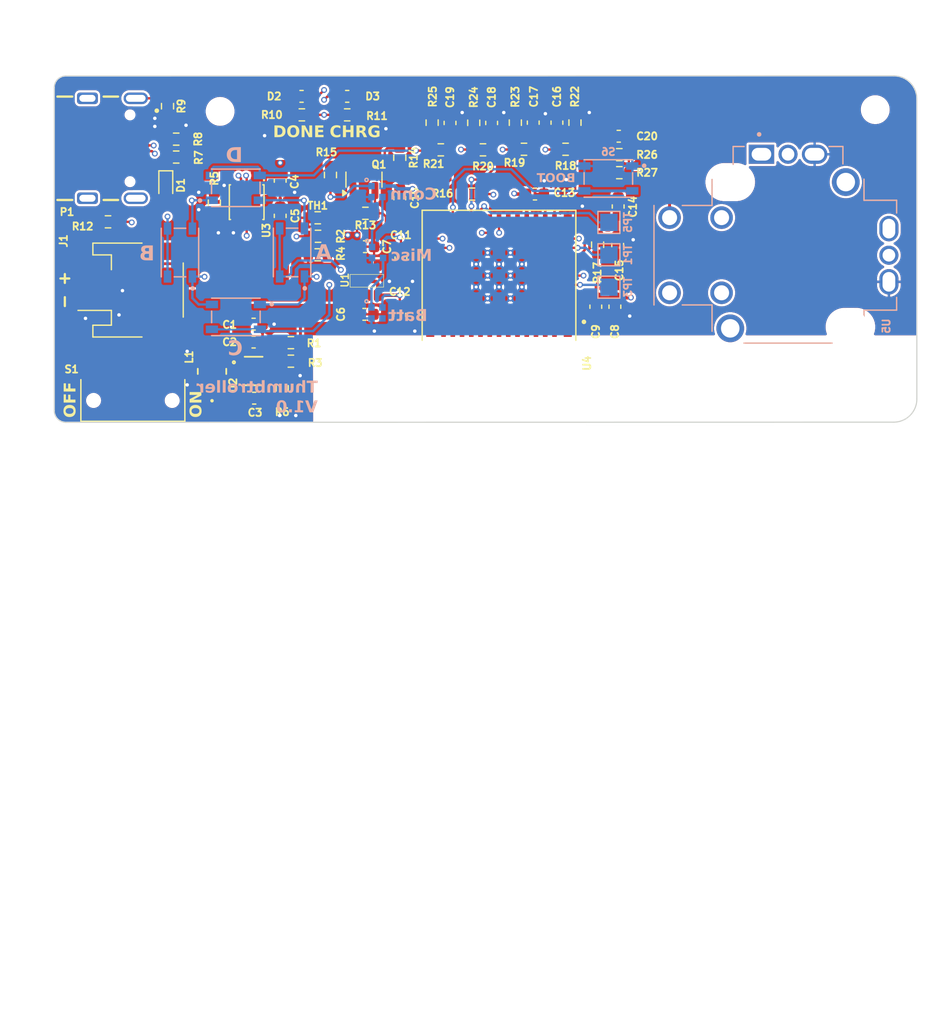
<source format=kicad_pcb>
(kicad_pcb (version 20241229) (generator "pcbnew") (generator_version "9.0")
  (layers (0 "F.Cu" signal) (4 "In1.Cu" signal) (6 "In2.Cu" signal) (2 "B.Cu" signal) (13 "F.Paste" user) (15 "B.Paste" user) (5 "F.SilkS" user "F.Silkscreen") (7 "B.SilkS" user "B.Silkscreen") (1 "F.Mask" user) (3 "B.Mask" user) (25 "Edge.Cuts" user))
  (net 0 "")
  (net 1 "LIPO+")
  (net 2 "GND")
  (net 3 "+3V3")
  (net 4 "/CP_EN")
  (net 5 "RAW")
  (net 6 "+5V")
  (net 7 "+5VD")
  (net 8 "Net-(D2-A)")
  (net 9 "Net-(D3-A)")
  (net 10 "/SW_A")
  (net 11 "/STAT2_DONE")
  (net 12 "/STAT1_CHARGING")
  (net 13 "/SW_B")
  (net 14 "Net-(U2-LX1)")
  (net 15 "Net-(U2-LX2)")
  (net 16 "Net-(LED1-DOUT)")
  (net 17 "Net-(LED1-DIN)")
  (net 18 "/VR_BTN")
  (net 19 "/VR2")
  (net 20 "/VR1")
  (net 21 "/ADC_BATT")
  (net 22 "Net-(LED2-DOUT)")
  (net 24 "/USB_D-")
  (net 25 "/USB_D+")
  (net 26 "Net-(P1-SHIELD)")
  (net 27 "Net-(P1-VCONN)")
  (net 28 "Net-(P1-CC)")
  (net 29 "Net-(Q1-S)")
  (net 30 "Net-(Q1-D)")
  (net 31 "Net-(U2-FB)")
  (net 32 "Net-(U3-THERM)")
  (net 33 "Net-(R2-Pad1)")
  (net 34 "Net-(U3-PROG)")
  (net 35 "Net-(U2-MODE)")
  (net 36 "Net-(U4-IO08)")
  (net 37 "Net-(R18-Pad2)")
  (net 38 "Net-(R19-Pad2)")
  (net 39 "Net-(R20-Pad2)")
  (net 40 "Net-(R21-Pad2)")
  (net 41 "Net-(U4-IO0)")
  (net 42 "Net-(U4-IO9)")
  (net 50 "/CHRGR+")
  (net 52 "/SW_C")
  (net 53 "/SW_D")
  (net 60 "Net-(U4-IO2)")
  (net 61 "Net-(U4-IO10)")
  (net 62 "Net-(C20-Pad1)")
  (footprint "MountingHole:MountingHole_2.2mm_M2" (layer "F.Cu") (at 171.05 83.65 -90)
    (property "Reference" "REF**" (hide yes))
    (property "Value" "MountingHole_2.2mm_M2")
  )
  (footprint "Capacitor_SMD:C_0603_1608Metric" (layer "F.Cu") (at 119.55 92.835 90)
    (property "Reference" "C5")
    (property "Value" "47uF")
  )
  (footprint "Capacitor_SMD:C_0603_1608Metric" (layer "F.Cu") (at 143.5006 84.7746 90)
    (property "Reference" "C16")
    (property "Value" "1uF")
  )
  (footprint "Resistor_SMD:R_0603_1608Metric" (layer "F.Cu") (at 132.7 84.7746 90)
    (property "Reference" "R25")
    (property "Value" "100K")
  )
  (footprint "Capacitor_SMD:C_0603_1608Metric" (layer "F.Cu") (at 117.25 102.2)
    (property "Reference" "C1")
    (property "Value" "10uF")
  )
  (footprint "Resistor_SMD:R_0603_1608Metric" (layer "F.Cu") (at 145.0612 84.7708 90)
    (property "Reference" "R22")
    (property "Value" "100K")
  )
  (footprint "Resistor_SMD:R_0603_1608Metric" (layer "F.Cu") (at 120.475 103.8 180)
    (property "Reference" "R1")
    (property "Value" "806")
  )
  (footprint "Capacitor_SMD:C_0603_1608Metric" (layer "F.Cu") (at 129.9 101.4 -90)
    (property "Reference" "C12")
    (property "Value" "0.1uF")
  )
  (footprint "Resistor_SMD:R_0603_1608Metric" (layer "F.Cu") (at 109.8 83.35 -90)
    (property "Reference" "R9")
    (property "Value" "1M")
  )
  (footprint "Resistor_SMD:R_0603_1608Metric" (layer "F.Cu") (at 129.9 87.8 -90)
    (property "Reference" "R14")
    (property "Value" "10K")
  )
  (footprint "Capacitor_SMD:C_0603_1608Metric" (layer "F.Cu") (at 146.866 100.6901 -90)
    (property "Reference" "C9")
    (property "Value" "0.1uF")
  )
  (footprint "Capacitor_SMD:C_0603_1608Metric" (layer "F.Cu") (at 117.3 108.6)
    (property "Reference" "C3")
    (property "Value" "10uF")
  )
  (footprint "Capacitor_SMD:C_0603_1608Metric" (layer "F.Cu") (at 148.85 85.95)
    (property "Reference" "C20")
    (property "Value" "1uF")
  )
  (footprint "Capacitor_SMD:C_0603_1608Metric" (layer "F.Cu") (at 148.517 100.6901 -90)
    (property "Reference" "C8")
    (property "Value" "47uF")
  )
  (footprint "Package_TO_SOT_SMD:SOT-23" (layer "F.Cu") (at 126.8 89.7 90)
    (property "Reference" "Q1")
    (property "Value" "BSS138")
  )
  (footprint "MountingHole:MountingHole_2.2mm_M2" (layer "F.Cu") (at 114.35 83.8 -90)
    (property "Reference" "REF**" (hide yes))
    (property "Value" "MountingHole_2.2mm_M2")
  )
  (footprint "Capacitor_SMD:C_0603_1608Metric" (layer "F.Cu") (at 117.25 103.75)
    (property "Reference" "C2")
    (property "Value" "10uF")
  )
  (footprint "Resistor_SMD:R_0603_1608Metric" (layer "F.Cu") (at 126.925 92.6125 180)
    (property "Reference" "R13")
    (property "Value" "10K")
  )
  (footprint "Resistor_SMD:R_0603_1608Metric" (layer "F.Cu") (at 144.25 87.0746 180)
    (property "Reference" "R18")
    (property "Value" "10K")
  )
  (footprint "Resistor_SMD:R_0603_1608Metric" (layer "F.Cu") (at 113.85 91.7 90)
    (property "Reference" "R5")
    (property "Value" "5K1")
  )
  (footprint "Capacitor_SMD:C_0603_1608Metric" (layer "F.Cu") (at 141.6 90.95)
    (property "Reference" "C13")
    (property "Value" "0.1uF")
  )
  (footprint "kicad_reformed_custom_IC:SON50P300X300X100-11N" (layer "F.Cu") (at 116.65 91.65 -90)
    (property "Reference" "U3")
    (property "Value" "MCP73833")
  )
  (footprint "Resistor_SMD:R_0603_1608Metric" (layer "F.Cu") (at 119.725 107.75 90)
    (property "Reference" "R6")
    (property "Value" "10K")
  )
  (footprint "Capacitor_SMD:C_0603_1608Metric" (layer "F.Cu") (at 125.35 82.5)
    (property "Reference" "D3")
    (property "Value" "LED_RED")
  )
  (footprint "kicad_reformed_custom_IC:SW_JS102011SAQN" (layer "F.Cu") (at 106.8 108.8)
    (property "Reference" "S1")
    (property "Value" "JS102011SAQN")
  )
  (footprint "Resistor_SMD:R_0603_1608Metric" (layer "F.Cu") (at 123.9 89.3 -90)
    (property "Reference" "R15")
    (property "Value" "470")
  )
  (footprint "Resistor_SMD:R_0603_1608Metric" (layer "F.Cu") (at 140.65 87.0746 180)
    (property "Reference" "R19")
    (property "Value" "10K")
  )
  (footprint "Capacitor_SMD:C_0603_1608Metric" (layer "F.Cu") (at 121.4 82.5 180)
    (property "Reference" "D2")
    (property "Value" "LED_GREEN")
  )
  (footprint "Resistor_SMD:R_0603_1608Metric" (layer "F.Cu") (at 122.825 94.6 180)
    (property "Reference" "R2")
    (property "Value" "1.43K")
  )
  (footprint "kicad_reformed_custom_IC:AP2204" (layer "F.Cu") (at 127 98.4)
    (property "Reference" "U1")
    (property "Value" "AP2205")
  )
  (footprint "Resistor_SMD:R_0603_1608Metric" (layer "F.Cu") (at 147.022 95.327 90)
    (property "Reference" "R17")
    (property "Value" "10K")
  )
  (footprint "Capacitor_SMD:C_0603_1608Metric" (layer "F.Cu") (at 137.85 84.8 90)
    (property "Reference" "C18")
    (property "Value" "1uF")
  )
  (footprint "Capacitor_SMD:C_0603_1608Metric" (layer "F.Cu") (at 119.55 89.785 -90)
    (property "Reference" "C4")
    (property "Value" "10uF")
  )
  (footprint "Resistor_SMD:R_0603_1608Metric" (layer "F.Cu") (at 125.35 84.1)
    (property "Reference" "R11")
    (property "Value" "330")
  )
  (footprint "Connector_JST:JST_PH_S2B-PH-SM4-TB_1x02-1MP_P2.00mm_Horizontal" (layer "F.Cu") (at 106.65 99.25 90)
    (property "Reference" "J1")
    (property "Value" "JST 2.0 BATT")
  )
  (footprint "Capacitor_SMD:C_0603_1608Metric" (layer "F.Cu") (at 148.758 95.361 -90)
    (property "Reference" "C15")
    (property "Value" "0.1uF")
  )
  (footprint "Resistor_SMD:R_0603_1608Metric" (layer "F.Cu") (at 122.8 93 180)
    (property "Reference" "TH1")
    (property "Value" "TH 10K")
  )
  (footprint "Resistor_SMD:R_0603_1608Metric" (layer "F.Cu") (at 139.9 84.7746 90)
    (property "Reference" "R23")
    (property "Value" "100K")
  )
  (footprint "MountingHole:MountingHole_2.2mm_M2" (layer "F.Cu") (at 126.35 107.7 -90)
    (property "Reference" "REF**" (hide yes))
    (property "Value" "MountingHole_2.2mm_M2")
  )
  (footprint "Capacitor_SMD:C_0603_1608Metric" (layer "F.Cu") (at 141.45 84.7746 90)
    (property "Reference" "C17")
    (property "Value" "1uF")
  )
  (footprint "Resistor_SMD:R_0603_1608Metric" (layer "F.Cu") (at 120.475 105.4)
    (property "Reference" "R3")
    (property "Value" "91")
  )
  (footprint "Resistor_SMD:R_0603_1608Metric" (layer "F.Cu") (at 136.15 90.95)
    (property "Reference" "R16")
    (property "Value" "10K")
  )
  (footprint "custom_IC:RES_CIGT252010" (layer "F.Cu") (at 113.65 106.2824 90)
    (property "Reference" "L1")
    (property "Value" "1uH")
  )
  (footprint "Diode_SMD:D_SOD-523" (layer "F.Cu") (at 109.65 90.2 -90)
    (property "Reference" "D1")
    (property "Value" "TPD1E10B06DPYR")
  )
  (footprint "Capacitor_SMD:C_0603_1608Metric" (layer "F.Cu") (at 126.9 95.5)
    (property "Reference" "C7")
    (property "Value" "10uF")
  )
  (footprint "Resistor_SMD:R_0603_1608Metric" (layer "F.Cu") (at 104.65 93.35)
    (property "Reference" "R12")
    (property "Value" "10K")
  )
  (footprint "Resistor_SMD:R_0603_1608Metric" (layer "F.Cu") (at 148.9 87.54)
    (property "Reference" "R26")
    (property "Value" "100K")
  )
  (footprint "Capacitor_SMD:C_0603_1608Metric" (layer "F.Cu") (at 134.2486 84.8 90)
    (property "Reference" "C19")
    (property "Value" "1uF")
  )
  (footprint "Resistor_SMD:R_0603_1608Metric" (layer "F.Cu") (at 110.55 86.2)
    (property "Reference" "R8")
    (property "Value" "5K1")
  )
  (footprint "MountingHole:MountingHole_2.2mm_M2" (layer "F.Cu") (at 171.2 107.9 -90)
    (property "Reference" "REF**" (hide yes))
    (property "Value" "MountingHole_2.2mm_M2")
  )
  (footprint "Capacitor_SMD:C_0603_1608Metric" (layer "F.Cu") (at 148.8 92.025 90)
    (property "Reference" "C14")
    (property "Value" "1uF")
  )
  (footprint "Resistor_SMD:R_0603_1608Metric" (layer "F.Cu") (at 110.55 87.75)
    (property "Reference" "R7")
    (property "Value" "5K1")
  )
  (footprint "custom_IC:TPS631000DRLR_TEX" (layer "F.Cu") (at 117.2501 106.250001)
    (property "Reference" "U2")
    (property "Value" "TPS631000DRLR")
  )
  (footprint "Resistor_SMD:R_0603_1608Metric" (layer "F.Cu") (at 148.9 89.1)
    (property "Reference" "R27")
    (property "Value" "10K")
  )
  (footprint "Capacitor_SMD:C_0603_1608Metric" (layer "F.Cu") (at 130 96.525 -90)
    (property "Reference" "C11")
    (property "Value" "0.1uF")
  )
  (footprint "Resistor_SMD:R_0603_1608Metric" (layer "F.Cu") (at 121.425 84.1 180)
    (property "Reference" "R10")
    (property "Value" "330")
  )
  (footprint "Resistor_SMD:R_0603_1608Metric" (layer "F.Cu") (at 136.3006 84.7878 90)
    (property "Reference" "R24")
    (property "Value" "100K")
  )
  (footprint "Capacitor_SMD:C_0603_1608Metric" (layer "F.Cu") (at 129.9 91.3 -90)
    (property "Reference" "C10")
    (property "Value" "0.1uF")
  )
  (footprint "Capacitor_SMD:C_0603_1608Metric" (layer "F.Cu") (at 126.85 101.35)
    (property "Reference" "C6")
    (property "Value" "10uF")
  )
  (footprint "Resistor_SMD:R_0603_1608Metric" (layer "F.Cu") (at 137.1 87.1246 180)
    (property "Reference" "R20")
    (property "Value" "10K")
  )
  (footprint "Resistor_SMD:R_0603_1608Metric" (layer "F.Cu") (at 122.8 96.2)
    (property "Reference" "R4")
    (property "Value" "75K")
  )
  (footprint "Resistor_SMD:R_0603_1608Metric" (layer "F.Cu") (at 133.45 87.1246 180)
    (property "Reference" "R21")
    (property "Value" "10K")
  )
  (footprint "kicad_reformed_custom_IC:MODULE_ESP32-H2-MINI-1-H2" (layer "F.Cu") (at 138.4875 100.7 180)
    (property "Reference" "U4")
    (property "Value" "ESP32-H2-MINI-1")
  )
  (footprint "kicad_reformed_custom_IC:GCT_USB4105-GF-A" (layer "F.Cu") (at 102.87 86.99 -90)
    (property "Reference" "P1")
    (property "Value" "USB_C_Plug_USB2.0")
  )
  (footprint "custom_IC:IN-PI15_INL" (layer "B.Cu") (at 127.97498 96 -90)
    (property "Reference" "LED2" (hide yes))
    (property "Value" "IN-PI15TAT5R5G5B")
  )
  (footprint "TestPoint:TestPoint_Pad_1.5x1.5mm" (layer "B.Cu") (at 148 93.4 90)
    (property "Reference" "TP5")
    (property "Value" "TP")
  )
  (footprint "kicad_reformed_custom_IC:LOGO_6mm_microDMG" (layer "B.Cu") (at 155.9 84.3 180)
    (property "Reference" "G***" (hide yes))
    (property "Value" "LOGO" (hide yes))
  )
  (footprint "TestPoint:TestPoint_Pad_1.5x1.5mm" (layer "B.Cu") (at 148 99 90)
    (property "Reference" "TP3")
    (property "Value" "TP")
  )
  (footprint "kicad_reformed_custom_IC:SW_PTS810_SJM_250_SMTR_LFS" (layer "B.Cu") (at 115.7088 90.4116)
    (property "Reference" "S5" (hide yes))
    (property "Value" "TL4100AF240QG_")
  )
  (footprint "kicad_reformed_custom_IC:SW_PTS810_SJM_250_SMTR_LFS" (layer "B.Cu") (at 110.875 96.0078 90)
    (property "Reference" "S3" (hide yes))
    (property "Value" "TL4100AF240QG_")
  )
  (footprint "TestPoint:TestPoint_Pad_1.5x1.5mm" (layer "B.Cu") (at 148 96.2 90)
    (property "Reference" "TP1")
    (property "Value" "TP")
  )
  (footprint "kicad_reformed_custom_IC:SW_PTS810_SJM_250_SMTR_LFS" (layer "B.Cu") (at 115.7171 101.5704 180)
    (property "Reference" "S4" (hide yes))
    (property "Value" "TL4100AF240QG_")
  )
  (footprint "kicad_reformed_custom_IC:CNK_THB001P" (layer "B.Cu") (at 163.5 96.2375 90)
    (property "Reference" "U5")
    (property "Value" "THB001P")
  )
  (footprint "custom_IC:IN-PI15_INL" (layer "B.Cu") (at 127.92494 101.2293 -90)
    (property "Reference" "LED3" (hide yes))
    (property "Value" "IN-PI15TAT5R5G5B")
  )
  (footprint "kicad_reformed_custom_IC:SW_PTS810_SJM_250_SMTR_LFS" (layer "B.Cu") (at 120.5778 96 90)
    (property "Reference" "S2" (hide yes))
    (property "Value" "TL4100AF240QG_")
  )
  (footprint "custom_IC:IN-PI15_INL" (layer "B.Cu") (at 127.92494 90.7293 -90)
    (property "Reference" "LED1" (hide yes))
    (property "Value" "IN-PI15TAT5R5G5B")
  )
  (footprint "kicad_reformed_custom_IC:SW_PTS810_SJM_250_SMTR_LFS" (layer "B.Cu") (at 147.95 89.6 180)
    (property "Reference" "S6")
    (property "Value" "TL4100AF240QG_")
  )
  (gr_arc (start 174.65 108.674143) (mid 174.064214 110.088357) (end 172.65 110.674143) (stroke (width 0.1)) (layer "Edge.Cuts"))
  (gr_line (start 172.65 80.725857) (end 101 80.7375) (stroke (width 0.1)) (layer "Edge.Cuts"))
  (gr_line (start 101 110.685786) (end 172.65 110.674143) (stroke (width 0.1)) (layer "Edge.Cuts"))
  (gr_line (start 174.65 108.674143) (end 174.65 82.725857) (stroke (width 0.1)) (layer "Edge.Cuts"))
  (gr_line (start 100 81.7375) (end 100 109.685786) (stroke (width 0.1)) (layer "Edge.Cuts"))
  (gr_arc (start 101 110.685786) (mid 100.292893 110.392893) (end 100 109.685786) (stroke (width 0.1)) (layer "Edge.Cuts"))
  (gr_arc (start 100 81.7375) (mid 100.292893 81.030393) (end 101 80.7375) (stroke (width 0.1)) (layer "Edge.Cuts"))
  (gr_arc (start 172.65 80.725857) (mid 174.064214 81.311643) (end 174.65 82.725857) (stroke (width 0.1)) (layer "Edge.Cuts"))
  (gr_text "ON" (at 112.9 110.3 90) (layer "F.SilkS") (effects (font (size 1 1) (thickness 0.1016) (bold yes)) (justify left bottom)))
  (gr_text "CHRG" (at 123.825 86.2 0) (layer "F.SilkS") (effects (font (size 1 1) (thickness 0.1016) (bold yes)) (justify left bottom)))
  (gr_text "DONE" (at 118.925 86.2 0) (layer "F.SilkS") (effects (font (size 1 1) (thickness 0.1016) (bold yes)) (justify left bottom)))
  (gr_text "+" (at 100.4 97.5 270) (layer "F.SilkS") (effects (font (size 1 1) (thickness 0.2) (bold yes)) (justify left bottom)))
  (gr_text "-" (at 100.4 99.5 270) (layer "F.SilkS") (effects (font (size 1 1) (thickness 0.2) (bold yes)) (justify left bottom)))
  (gr_text "OFF" (at 102 110.3 90) (layer "F.SilkS") (effects (font (size 1 1) (thickness 0.1016) (bold yes)) (justify left bottom)))
  (gr_text "B" (at 108.6906 96.9 0) (layer "B.SilkS") (effects (font (size 1.27 1.27) (thickness 0.1016) (bold yes)) (justify left bottom mirror)))
  (gr_text "Misc" (at 132.7 96.9 0) (layer "B.SilkS") (effects (font (size 1.016 1.016) (thickness 0.1016) (bold yes)) (justify left bottom mirror)))
  (gr_text "BOOT" (at 145.1 90.05 0) (layer "B.SilkS") (effects (font (size 0.762 0.762) (thickness 0.1016) (bold yes)) (justify left bottom mirror)))
  (gr_text "Thumbtroller\nV1.0" (at 122.8 110 0) (layer "B.SilkS") (effects (font (size 1.016 1.016) (thickness 0.127) (bold yes)) (justify left bottom mirror)))
  (gr_text "D" (at 116.3106 88.4 0) (layer "B.SilkS") (effects (font (size 1.27 1.27) (thickness 0.1016) (bold yes)) (justify left bottom mirror)))
  (gr_text "C" (at 116.3106 105.1 0) (layer "B.SilkS") (effects (font (size 1.27 1.27) (thickness 0.1016) (bold yes)) (justify left bottom mirror)))
  (gr_text "Batt" (at 132.3 102.1 0) (layer "B.SilkS") (effects (font (size 1.016 1.016) (thickness 0.1016) (bold yes)) (justify left bottom mirror)))
  (gr_text "Conn" (at 133.1 91.6 0) (layer "B.SilkS") (effects (font (size 1.016 1.016) (thickness 0.1016) (bold yes)) (justify left bottom mirror)))
  (gr_text "A" (at 124 96.8 0) (layer "B.SilkS") (effects (font (size 1.27 1.27) (thickness 0.1016) (bold yes)) (justify left bottom mirror)))
  (segment (start 103.8 93.375) (end 103.825 93.35) (width 0.2032) (layer "F.Cu") (net 1))
  (segment (start 103.8 98.25) (end 103.8 93.375) (width 0.2032) (layer "F.Cu") (net 1))
  (segment (start 118.025 102.2) (end 119.025 102.2) (width 0.2032) (layer "F.Cu") (net 2))
  (segment (start 118.025 103.75) (end 118.025 102.2) (width 0.2032) (layer "F.Cu") (net 2))
  (via (at 119.025 102.2) (size 0.5) (drill 0.3) (layers "F.Cu" "B.Cu") (net 2))
  (via (at 108.7 84.4) (size 0.5) (drill 0.3) (layers "F.Cu" "B.Cu") (net 2))
  (via (at 150.1 94.9) (size 0.5) (drill 0.3) (layers "F.Cu" "B.Cu") (net 2))
  (via (at 115.5 94.3) (size 0.5) (drill 0.3) (layers "F.Cu" "B.Cu") (net 2))
  (via (at 111.5 107.45) (size 0.5) (drill 0.3) (layers "F.Cu" "B.Cu") (net 2))
  (via (at 102.7 101.7) (size 0.5) (drill 0.3) (layers "F.Cu" "B.Cu") (net 2))
  (via (at 142.5 84) (size 0.5) (drill 0.3) (layers "F.Cu" "B.Cu") (net 2))
  (via (at 119.5 110.1) (size 0.5) (drill 0.3) (layers "F.Cu" "B.Cu") (net 2))
  (via (at 112.5 90.8) (size 0.5) (drill 0.3) (layers "F.Cu" "B.Cu") (net 2))
  (via (at 144.3 89.7) (size 0.5) (drill 0.3) (layers "F.Cu" "B.Cu") (net 2))
  (via (at 112.5 92.3) (size 0.5) (drill 0.3) (layers "F.Cu" "B.Cu") (net 2))
  (via (at 145.7 92) (size 0.5) (drill 0.3) (layers "F.Cu" "B.Cu") (net 2))
  (via (at 149.8 101.5) (size 0.5) (drill 0.3) (layers "F.Cu" "B.Cu") (net 2))
  (via (at 128.7 85.3) (size 0.5) (drill 0.3) (layers "F.Cu" "B.Cu") (net 2))
  (via (at 114.7 90.2) (size 0.5) (drill 0.3) (layers "F.Cu" "B.Cu") (net 2))
  (via (at 129 98.5) (size 0.5) (drill 0.3) (layers "F.Cu" "B.Cu") (net 2))
  (via (at 111.4 85) (size 0.5) (drill 0.3) (layers "F.Cu" "B.Cu") (net 2))
  (via (at 131 98.5) (size 0.5) (drill 0.3) (layers "F.Cu" "B.Cu") (net 2))
  (via (at 135.3 83.9) (size 0.5) (drill 0.3) (layers "F.Cu" "B.Cu") (net 2))
  (via (at 105.6 101.4) (size 0.5) (drill 0.3) (layers "F.Cu" "B.Cu") (net 2))
  (via (at 120.9 110.1) (size 0.5) (drill 0.3) (layers "F.Cu" "B.Cu") (net 2))
  (via (at 108.7 85.1) (size 0.5) (drill 0.3) (layers "F.Cu" "B.Cu") (net 2))
  (via (at 114.2 94.3) (size 0.5) (drill 0.3) (layers "F.Cu" "B.Cu") (net 2))
  (via (at 127.7 102.8) (size 0.5) (drill 0.3) (layers "F.Cu" "B.Cu") (net 2))
  (via (at 142.4 89.8) (size 0.5) (drill 0.3) (layers "F.Cu" "B.Cu") (net 2))
  (via (at 105.9 99.3) (size 0.5) (drill 0.3) (layers "F.Cu" "B.Cu") (net 2))
  (via (at 131.2 102.8) (size 0.5) (drill 0.3) (layers "F.Cu" "B.Cu") (net 2))
  (via (at 146.3 83.9) (size 0.5) (drill 0.3) (layers "F.Cu" "B.Cu") (net 2))
  (via (at 138.9 83.9) (size 0.5) (drill 0.3) (layers "F.Cu" "B.Cu") (net 2))
  (via (at 121.275 106.65) (size 0.5) (drill 0.3) (layers "F.Cu" "B.Cu") (net 2))
  (via (at 120.8 90.8) (size 0.5) (drill 0.3) (layers "F.Cu" "B.Cu") (net 2))
  (via (at 118.2 85.9) (size 0.5) (drill 0.3) (layers "F.Cu" "B.Cu") (net 2))
  (via (at 111.5 104.55) (size 0.5) (drill 0.3) (layers "F.Cu" "B.Cu") (net 2))
  (segment (start 146.866 99.9151) (end 148.517 99.9151) (width 0.3048) (layer "F.Cu") (net 3))
  (segment (start 148.517 99.9151) (end 149.8849 99.9151) (width 0.3048) (layer "F.Cu") (net 3))
  (segment (start 147.022 98.678) (end 146.866 98.834) (width 0.2032) (layer "F.Cu") (net 3))
  (segment (start 136.975 90.95) (end 137.95 90.95) (width 0.2032) (layer "F.Cu") (net 3))
  (segment (start 147.022 96.152) (end 147.022 98.678) (width 0.2032) (layer "F.Cu") (net 3))
  (segment (start 140.825 90.95) (end 139.85 90.95) (width 0.3048) (layer "F.Cu") (net 3))
  (segment (start 126.1 92) (end 125.85 91.75) (width 0.2032) (layer "F.Cu") (net 3))
  (segment (start 126.2 93.6) (end 126.2 94.5) (width 0.2032) (layer "F.Cu") (net 3))
  (segment (start 145.8849 99.9151) (end 146.866 99.9151) (width 0.3048) (layer "F.Cu") (net 3))
  (segment (start 137.95 90.95) (end 138 91) (width 0.2032) (layer "F.Cu") (net 3))
  (segment (start 125.85 91.75) (end 125.85 90.6375) (width 0.2032) (layer "F.Cu") (net 3))
  (segment (start 126.1 92.6125) (end 126.1 93.5) (width 0.2032) (layer "F.Cu") (net 3))
  (segment (start 140.8875 91.0125) (end 140.825 90.95) (width 0.3048) (layer "F.Cu") (net 3))
  (segment (start 126.1 93.5) (end 126.2 93.6) (width 0.2032) (layer "F.Cu") (net 3))
  (segment (start 144.3875 100.4) (end 145.4 100.4) (width 0.3048) (layer "F.Cu") (net 3))
  (segment (start 146.866 98.834) (end 146.866 99.9151) (width 0.2032) (layer "F.Cu") (net 3))
  (segment (start 145.4 100.4) (end 145.8849 99.9151) (width 0.3048) (layer "F.Cu") (net 3))
  (segment (start 140.8875 93.1) (end 140.8875 91.0125) (width 0.3048) (layer "F.Cu") (net 3))
  (segment (start 139.85 90.95) (end 139.8 90.9) (width 0.3048) (layer "F.Cu") (net 3))
  (segment (start 126.1 92.6125) (end 126.1 92) (width 0.2032) (layer "F.Cu") (net 3))
  (segment (start 149.8849 99.9151) (end 149.9 99.9) (width 0.3048) (layer "F.Cu") (net 3))
  (via (at 139.8 90.9) (size 0.5) (drill 0.3) (layers "F.Cu" "B.Cu") (net 3))
  (via (at 113 98.1) (size 0.5) (drill 0.3) (layers "F.Cu" "B.Cu") (net 3))
  (via (at 149.9 99.9) (size 0.5) (drill 0.3) (layers "F.Cu" "B.Cu") (net 3))
  (via (at 122.7 98.1) (size 0.5) (drill 0.3) (layers "F.Cu" "B.Cu") (net 3))
  (via (at 121.6 91.5) (size 0.5) (drill 0.3) (layers "F.Cu" "B.Cu") (net 3))
  (via (at 125.4 94.5) (size 0.5) (drill 0.3) (layers "F.Cu" "B.Cu") (net 3))
  (via (at 111.9 91.5) (size 0.5) (drill 0.3) (layers "F.Cu" "B.Cu") (net 3))
  (via (at 138 91) (size 0.5) (drill 0.3) (layers "F.Cu" "B.Cu") (net 3))
  (via (at 126.2 94.5) (size 0.5) (drill 0.3) (layers "F.Cu" "B.Cu") (net 3))
  (segment (start 121.6528 98.075) (end 122.675 98.075) (width 0.2032) (layer "B.Cu") (net 3))
  (segment (start 117.7838 91.4866) (end 121.5866 91.4866) (width 0.2032) (layer "B.Cu") (net 3))
  (segment (start 112.9828 98.0828) (end 113 98.1) (width 0.2032) (layer "B.Cu") (net 3))
  (segment (start 121.6528 93.925) (end 121.6528 91.5528) (width 0.2032) (layer "B.Cu") (net 3))
  (segment (start 111.9134 91.4866) (end 111.9 91.5) (width 0.2032) (layer "B.Cu") (net 3))
  (segment (start 111.95 99.95) (end 111.95 98.0828) (width 0.2032) (layer "B.Cu") (net 3))
  (segment (start 111.95 93.9328) (end 111.95 91.55) (width 0.2032) (layer "B.Cu") (net 3))
  (segment (start 113.6338 91.4866) (end 111.9134 91.4866) (width 0.2032) (layer "B.Cu") (net 3))
  (segment (start 113.6421 100.4954) (end 112.4954 100.4954) (width 0.2032) (layer "B.Cu") (net 3))
  (segment (start 112.4954 100.4954) (end 111.95 99.95) (width 0.2032) (layer "B.Cu") (net 3))
  (segment (start 121.6528 91.5528) (end 121.6 91.5) (width 0.2032) (layer "B.Cu") (net 3))
  (segment (start 117.7921 100.4954) (end 121.1046 100.4954) (width 0.2032) (layer "B.Cu") (net 3))
  (segment (start 111.95 98.0828) (end 112.9828 98.0828) (width 0.2032) (layer "B.Cu") (net 3))
  (segment (start 111.95 91.55) (end 111.9 91.5) (width 0.2032) (layer "B.Cu") (net 3))
  (segment (start 121.6528 99.9472) (end 121.6528 98.075) (width 0.2032) (layer "B.Cu") (net 3))
  (segment (start 121.5866 91.4866) (end 121.6 91.5) (width 0.2032) (layer "B.Cu") (net 3))
  (segment (start 122.675 98.075) (end 122.7 98.1) (width 0.2032) (layer "B.Cu") (net 3))
  (segment (start 121.1046 100.4954) (end 121.6528 99.9472) (width 0.2032) (layer "B.Cu") (net 3))
  (segment (start 148.758 94.586) (end 148.758 92.842) (width 0.2032) (layer "F.Cu") (net 4))
  (segment (start 146.398 94.502) (end 147.022 94.502) (width 0.2032) (layer "F.Cu") (net 4))
  (segment (start 145.9 95) (end 146.398 94.502) (width 0.2032) (layer "F.Cu") (net 4))
  (segment (start 144.3875 96.4) (end 145.3 96.4) (width 0.2032) (layer "F.Cu") (net 4))
  (segment (start 145.9 95.8) (end 145.9 95) (width 0.2032) (layer "F.Cu") (net 4))
  (segment (start 145.3 96.4) (end 145.9 95.8) (width 0.2032) (layer "F.Cu") (net 4))
  (segment (start 148.758 92.842) (end 148.8 92.8) (width 0.2032) (layer "F.Cu") (net 4))
  (segment (start 147.022 94.502) (end 148.674 94.502) (width 0.2032) (layer "F.Cu") (net 4))
  (segment (start 148.674 94.502) (end 148.758 94.586) (width 0.2032) (layer "F.Cu") (net 4))
  (segment (start 130 94.8) (end 129.9 94.7) (width 0.2032) (layer "F.Cu") (net 6))
  (segment (start 129.9 88.625) (end 129.9 89.5) (width 0.3048) (layer "F.Cu") (net 6))
  (segment (start 121.3 103.8) (end 121.3 101.45) (width 0.254) (layer "F.Cu") (net 6))
  (segment (start 126.1 98.7) (end 126.1 99.7) (width 0.3048) (layer "F.Cu") (net 6))
  (segment (start 116.75 100.9) (end 116.475 101.175) (width 0.254) (layer "F.Cu") (net 6))
  (segment (start 121.3 101.45) (end 120.75 100.9) (width 0.254) (layer "F.Cu") (net 6))
  (segment (start 129.9 90.525) (end 129.9 89.5) (width 0.3048) (layer "F.Cu") (net 6))
  (segment (start 126.3 98.5) (end 126.1 98.7) (width 0.3048) (layer "F.Cu") (net 6))
  (segment (start 129.9 90.525) (end 130.975 90.525) (width 0.3048) (layer "F.Cu") (net 6))
  (segment (start 128 99.7) (end 129.9 99.7) (width 0.3048) (layer "F.Cu") (net 6))
  (segment (start 129.9 100.625) (end 129.9 99.7) (width 0.2032) (layer "F.Cu") (net 6))
  (segment (start 128 99.7) (end 128 98.7) (width 0.3048) (layer "F.Cu") (net 6))
  (segment (start 130 95.75) (end 130 94.8) (width 0.2032) (layer "F.Cu") (net 6))
  (segment (start 116.475 101.175) (end 116.475 102.2) (width 0.254) (layer "F.Cu") (net 6))
  (segment (start 130.975 90.525) (end 131 90.5) (width 0.3048) (layer "F.Cu") (net 6))
  (segment (start 128 98.7) (end 127.8 98.5) (width 0.3048) (layer "F.Cu") (net 6))
  (segment (start 127.8 98.5) (end 126.3 98.5) (width 0.3048) (layer "F.Cu") (net 6))
  (segment (start 120.75 100.9) (end 116.75 100.9) (width 0.254) (layer "F.Cu") (net 6))
  (via (at 131 90.5) (size 0.5) (drill 0.3) (layers "F.Cu" "B.Cu") (net 6))
  (via (at 129.9 99.7) (size 0.5) (drill 0.3) (layers "F.Cu" "B.Cu") (net 6))
  (via (at 129.9 94.7) (size 0.5) (drill 0.3) (layers "F.Cu" "B.Cu") (net 6))
  (segment (start 128.6 99.7) (end 129.9 99.7) (width 0.2032) (layer "B.Cu") (net 6))
  (segment (start 128.39992 99.90008) (end 128.6 99.7) (width 0.2032) (layer "B.Cu") (net 6))
  (segment (start 128.44996 95.525) (end 128.44996 95.05004) (width 0.3048) (layer "B.Cu") (net 6))
  (segment (start 129.4543 90.2543) (end 129.7 90.5) (width 0.3048) (layer "B.Cu") (net 6))
  (segment (start 128.39992 100.7543) (end 128.39992 99.90008) (width 0.2032) (layer "B.Cu") (net 6))
  (segment (start 128.8 94.7) (end 129.9 94.7) (width 0.3048) (layer "B.Cu") (net 6))
  (segment (start 129.7 90.5) (end 131 90.5) (width 0.3048) (layer "B.Cu") (net 6))
  (segment (start 128.44996 95.05004) (end 128.8 94.7) (width 0.3048) (layer "B.Cu") (net 6))
  (segment (start 128.39992 90.2543) (end 129.4543 90.2543) (width 0.3048) (layer "B.Cu") (net 6))
  (segment (start 106.8006 89.2502) (end 107.4852 89.2502) (width 0.3048) (layer "F.Cu") (net 7))
  (segment (start 107.4852 89.2502) (end 107.625 89.39) (width 0.3048) (layer "F.Cu") (net 7))
  (segment (start 106.3 88.7496) (end 106.8006 89.2502) (width 0.3048) (layer "F.Cu") (net 7))
  (segment (start 122.25 84.1) (end 123.35 84.1) (width 0.2032) (layer "F.Cu") (net 7))
  (segment (start 106.3 85.2) (end 106.3 88.7496) (width 0.3048) (layer "F.Cu") (net 7))
  (segment (start 124.525 84.1) (end 123.35 84.1) (width 0.2032) (layer "F.Cu") (net 7))
  (segment (start 107.4852 84.7298) (end 106.7702 84.7298) (width 0.3048) (layer "F.Cu") (net 7))
  (segment (start 107.625 84.59) (end 107.4852 84.7298) (width 0.3048) (layer "F.Cu") (net 7))
  (segment (start 106.7702 84.7298) (end 106.3 85.2) (width 0.3048) (layer "F.Cu") (net 7))
  (segment (start 119.55 88.25) (end 119.55 89.01) (width 0.2032) (layer "F.Cu") (net 7))
  (via (at 123.35 84.1) (size 0.5) (drill 0.3) (layers "F.Cu" "B.Cu") (net 7))
  (via (at 119.55 88.25) (size 0.5) (drill 0.3) (layers "F.Cu" "B.Cu") (net 7))
  (segment (start 120.625 82.5) (end 120.625 84.075) (width 0.2032) (layer "F.Cu") (net 8))
  (segment (start 120.625 84.075) (end 120.6 84.1) (width 0.2032) (layer "F.Cu") (net 8))
  (segment (start 126.175 82.55) (end 126.125 82.5) (width 0.2032) (layer "F.Cu") (net 9))
  (segment (start 126.175 84.1) (end 126.175 82.55) (width 0.2032) (layer "F.Cu") (net 9))
  (segment (start 145.0612 87.0608) (end 145.075 87.0746) (width 0.2032) (layer "F.Cu") (net 10))
  (segment (start 143.5006 85.5496) (end 145.015 85.5496) (width 0.2032) (layer "F.Cu") (net 10))
  (segment (start 143.2875 92.4125) (end 145.075 90.625) (width 0.2032) (layer "F.Cu") (net 10))
  (segment (start 145.0612 85.5958) (end 145.0612 87.0608) (width 0.2032) (layer "F.Cu") (net 10))
  (segment (start 143.2875 93.1) (end 143.2875 92.4125) (width 0.2032) (layer "F.Cu") (net 10))
  (segment (start 145.015 85.5496) (end 145.0612 85.5958) (width 0.2032) (layer "F.Cu") (net 10))
  (segment (start 145.075 90.625) (end 145.075 87.0746) (width 0.2032) (layer "F.Cu") (net 10))
  (segment (start 122.8 82.5) (end 122.175 82.5) (width 0.2032) (layer "F.Cu") (net 11))
  (segment (start 116.15 89.6) (end 115.939597 89.389597) (width 0.2032) (layer "F.Cu") (net 11))
  (segment (start 123.35 81.95) (end 122.8 82.5) (width 0.2032) (layer "F.Cu") (net 11))
  (segment (start 115.939597 89.389597) (end 115.939597 89.35) (width 0.2032) (layer "F.Cu") (net 11))
  (segment (start 116.15 90.215) (end 116.15 89.6) (width 0.2032) (layer "F.Cu") (net 11))
  (via (at 115.939597 89.35) (size 0.5) (drill 0.3) (layers "F.Cu" "B.Cu") (net 11))
  (via (at 123.35 81.95) (size 0.5) (drill 0.3) (layers "F.Cu" "B.Cu") (net 11))
  (segment (start 123.35 82.8) (end 123.65 82.5) (width 0.2032) (layer "F.Cu") (net 12))
  (segment (start 123.65 82.5) (end 124.575 82.5) (width 0.2032) (layer "F.Cu") (net 12))
  (segment (start 116.65 90.215) (end 116.65 89.4) (width 0.2032) (layer "F.Cu") (net 12))
  (segment (start 116.65 89.4) (end 116.6 89.35) (width 0.2032) (layer "F.Cu") (net 12))
  (via (at 116.6 89.35) (size 0.5) (drill 0.3) (layers "F.Cu" "B.Cu") (net 12))
  (via (at 123.35 82.8) (size 0.5) (drill 0.3) (layers "F.Cu" "B.Cu") (net 12))
  (segment (start 142.4875 93.1) (end 142.4875 92.4125) (width 0.2032) (layer "F.Cu") (net 13))
  (segment (start 142.4875 92.4125) (end 143.4 91.5) (width 0.2032) (layer "F.Cu") (net 13))
  (segment (start 141.9 88.9) (end 141.475 88.475) (width 0.2032) (layer "F.Cu") (net 13))
  (segment (start 139.9 85.5996) (end 141.4 85.5996) (width 0.2032) (layer "F.Cu") (net 13))
  (segment (start 143.4 89.5) (end 142.8 88.9) (width 0.2032) (layer "F.Cu") (net 13))
  (segment (start 142.8 88.9) (end 141.9 88.9) (width 0.2032) (layer "F.Cu") (net 13))
  (segment (start 141.475 88.475) (end 141.475 87.0746) (width 0.2032) (layer "F.Cu") (net 13))
  (segment (start 141.4 85.5996) (end 141.45 85.5496) (width 0.2032) (layer "F.Cu") (net 13))
  (segment (start 141.45 85.5496) (end 141.45 87.0496) (width 0.2032) (layer "F.Cu") (net 13))
  (segment (start 141.45 87.0496) (end 141.475 87.0746) (width 0.2032) (layer "F.Cu") (net 13))
  (segment (start 143.4 91.5) (end 143.4 89.5) (width 0.2032) (layer "F.Cu") (net 13))
  (segment (start 128.39992 91.2043) (end 128.39992 93.20008) (width 0.2032) (layer "B.Cu") (net 16))
  (segment (start 128.39992 93.20008) (end 127.5 94.1) (width 0.2032) (layer "B.Cu") (net 16))
  (segment (start 127.5 94.1) (end 127.5 95.525) (width 0.2032) (layer "B.Cu") (net 16))
  (segment (start 123.9 90.125) (end 123.9 91.2) (width 0.2032) (layer "F.Cu") (net 17))
  (via (at 123.9 91.2) (size 0.5) (drill 0.3) (layers "F.Cu" "B.Cu") (net 17))
  (segment (start 125.9457 90.2543) (end 127.44996 90.2543) (width 0.2032) (layer "B.Cu") (net 17))
  (segment (start 123.9 91.2) (end 125 91.2) (width 0.2032) (layer "B.Cu") (net 17))
  (segment (start 125 91.2) (end 125.9457 90.2543) (width 0.2032) (layer "B.Cu") (net 17))
  (segment (start 151.85 89.1) (end 153.25 90.5) (width 0.254) (layer "F.Cu") (net 18))
  (segment (start 149.725 89.1) (end 151.85 89.1) (width 0.254) (layer "F.Cu") (net 18))
  (segment (start 153.25 90.5) (end 153.25 92.9875) (width 0.254) (layer "F.Cu") (net 18))
  (segment (start 144.3875 98) (end 145.8 98) (width 0.2032) (layer "F.Cu") (net 18))
  (via (at 145.8 98) (size 0.5) (drill 0.3) (layers "F.Cu" "B.Cu") (net 18))
  (segment (start 138.4875 94.2875) (end 138.5 94.3) (width 0.2032) (layer "F.Cu") (net 19))
  (segment (start 138.4875 93.1) (end 138.4875 94.2875) (width 0.2032) (layer "F.Cu") (net 19))
  (via (at 138.5 94.3) (size 0.5) (drill 0.3) (layers "F.Cu" "B.Cu") (net 19))
  (segment (start 144.3875 94.8) (end 145.4 94.8) (width 0.2032) (layer "F.Cu") (net 20))
  (via (at 145.4 94.8) (size 0.5) (drill 0.3) (layers "F.Cu" "B.Cu") (net 20))
  (segment (start 137.5 94.3) (end 137.6875 94.1125) (width 0.2032) (layer "F.Cu") (net 21))
  (segment (start 106.65 93.35) (end 106.7 93.4) (width 0.2032) (layer "F.Cu") (net 21))
  (segment (start 137.6875 94.1125) (end 137.6875 93.1) (width 0.2032) (layer "F.Cu") (net 21))
  (segment (start 105.475 93.35) (end 106.65 93.35) (width 0.2032) (layer "F.Cu") (net 21))
  (segment (start 137 94.3) (end 137.5 94.3) (width 0.2032) (layer "F.Cu") (net 21))
  (via (at 137 94.3) (size 0.5) (drill 0.3) (layers "F.Cu" "B.Cu") (net 21))
  (via (at 106.7 93.4) (size 0.5) (drill 0.3) (layers "F.Cu" "B.Cu") (net 21))
  (segment (start 127.44996 99.05004) (end 127.44996 100.7543) (width 0.2032) (layer "B.Cu") (net 22))
  (segment (start 128.44996 98.05004) (end 127.44996 99.05004) (width 0.2032) (layer "B.Cu") (net 22))
  (segment (start 128.44996 96.475) (end 128.44996 98.05004) (width 0.2032) (layer "B.Cu") (net 22))
  (segment (start 108.45 87.24) (end 108.66 87.45) (width 0.2032) (layer "F.Cu") (net 24))
  (segment (start 108.66 87.45) (end 108.7 87.45) (width 0.2032) (layer "F.Cu") (net 24))
  (segment (start 107.625 87.24) (end 108.45 87.24) (width 0.2032) (layer "F.Cu") (net 24))
  (segment (start 133.6 94.8) (end 132.5875 94.8) (width 0.2032) (layer "F.Cu") (net 24))
  (via (at 133.6 94.8) (size 0.5) (drill 0.3) (layers "F.Cu" "B.Cu") (net 24))
  (via (at 108.7 87.45) (size 0.5) (drill 0.3) (layers "F.Cu" "B.Cu") (net 24))
  (segment (start 107.625 86.74) (end 108.59 86.74) (width 0.2032) (layer "F.Cu") (net 25))
  (segment (start 134.2 95.6) (end 132.5875 95.6) (width 0.2032) (layer "F.Cu") (net 25))
  (segment (start 108.59 86.74) (end 108.6 86.75) (width 0.2032) (layer "F.Cu") (net 25))
  (via (at 134.2 95.6) (size 0.5) (drill 0.3) (layers "F.Cu" "B.Cu") (net 25))
  (via (at 108.6 86.75) (size 0.5) (drill 0.3) (layers "F.Cu" "B.Cu") (net 25))
  (segment (start 108.63 82.67) (end 108.775 82.525) (width 0.2032) (layer "F.Cu") (net 26))
  (segment (start 108.775 82.525) (end 109.8 82.525) (width 0.2032) (layer "F.Cu") (net 26))
  (segment (start 107.05 82.67) (end 108.63 82.67) (width 0.2032) (layer "F.Cu") (net 26))
  (segment (start 108.56 88.74) (end 108.85 88.45) (width 0.2032) (layer "F.Cu") (net 27))
  (segment (start 108.85 88.45) (end 108.85 88.05) (width 0.2032) (layer "F.Cu") (net 27))
  (segment (start 107.625 88.74) (end 108.56 88.74) (width 0.2032) (layer "F.Cu") (net 27))
  (segment (start 108.85 88.05) (end 109.15 87.75) (width 0.2032) (layer "F.Cu") (net 27))
  (segment (start 109.15 87.75) (end 109.725 87.75) (width 0.2032) (layer "F.Cu") (net 27))
  (segment (start 109.725 86.2) (end 109.05 86.2) (width 0.2032) (layer "F.Cu") (net 28))
  (segment (start 108.59 85.74) (end 107.625 85.74) (width 0.2032) (layer "F.Cu") (net 28))
  (segment (start 109.05 86.2) (end 108.59 85.74) (width 0.2032) (layer "F.Cu") (net 28))
  (segment (start 127.75 90.6375) (end 127.75 92.6125) (width 0.2032) (layer "F.Cu") (net 29))
  (segment (start 129.1 94) (end 128.7 93.6) (width 0.2032) (layer "F.Cu") (net 29))
  (segment (start 128.7 93.6) (end 128.7 92.9) (width 0.2032) (layer "F.Cu") (net 29))
  (segment (start 128.7 92.9) (end 128.4125 92.6125) (width 0.2032) (layer "F.Cu") (net 29))
  (segment (start 128.4125 92.6125) (end 127.75 92.6125) (width 0.2032) (layer "F.Cu") (net 29))
  (segment (start 132.5875 94) (end 129.1 94) (width 0.2032) (layer "F.Cu") (net 29))
  (segment (start 123.9 88.475) (end 125.775 88.475) (width 0.2032) (layer "F.Cu") (net 30))
  (segment (start 125.775 88.475) (end 126.0625 88.7625) (width 0.2032) (layer "F.Cu") (net 30))
  (segment (start 129.9 86.975) (end 128.825 86.975) (width 0.2032) (layer "F.Cu") (net 30))
  (segment (start 128.825 86.975) (end 128.6 87.2) (width 0.2032) (layer "F.Cu") (net 30))
  (segment (start 128.0375 88.7625) (end 126.8 88.7625) (width 0.2032) (layer "F.Cu") (net 30))
  (segment (start 128.6 87.2) (end 128.6 88.2) (width 0.2032) (layer "F.Cu") (net 30))
  (segment (start 128.6 88.2) (end 128.0375 88.7625) (width 0.2032) (layer "F.Cu") (net 30))
  (segment (start 126.0625 88.7625) (end 126.8 88.7625) (width 0.2032) (layer "F.Cu") (net 30))
  (segment (start 116.65 94.55) (end 116.65 93.085) (width 0.2032) (layer "F.Cu") (net 32))
  (segment (start 122 94.6) (end 120.977355 94.6) (width 0.2032) (layer "F.Cu") (net 32))
  (segment (start 120.977355 94.6) (end 120.958251 94.619104) (width 0.2032) (layer "F.Cu") (net 32))
  (via (at 116.65 94.55) (size 0.5) (drill 0.3) (layers "F.Cu" "B.Cu") (net 32))
  (via (at 120.958251 94.619104) (size 0.5) (drill 0.3) (layers "F.Cu" "B.Cu") (net 32))
  (segment (start 123.625 96.2) (end 123.625 94.625) (width 0.2032) (layer "F.Cu") (net 33))
  (segment (start 123.65 94.6) (end 123.65 93.025) (width 0.2032) (layer "F.Cu") (net 33))
  (segment (start 123.65 93.025) (end 123.625 93) (width 0.2032) (layer "F.Cu") (net 33))
  (segment (start 123.625 94.625) (end 123.65 94.6) (width 0.2032) (layer "F.Cu") (net 33))
  (segment (start 118.725001 106.500001) (end 118.0502 106.500001) (width 0.2032) (layer "F.Cu") (net 35))
  (segment (start 119.15 106.925) (end 118.725001 106.500001) (width 0.2032) (layer "F.Cu") (net 35))
  (segment (start 119.725 106.925) (end 119.15 106.925) (width 0.2032) (layer "F.Cu") (net 35))
  (segment (start 135.2875 90.9875) (end 135.325 90.95) (width 0.2032) (layer "F.Cu") (net 36))
  (segment (start 135.2875 93.1) (end 135.2875 90.9875) (width 0.2032) (layer "F.Cu") (net 36))
  (segment (start 143.3996 87.1) (end 143.425 87.0746) (width 0.2032) (layer "F.Cu") (net 37))
  (segment (start 142.5 87.1) (end 143.3996 87.1) (width 0.2032) (layer "F.Cu") (net 37))
  (via (at 142.5 87.1) (size 0.5) (drill 0.3) (layers "F.Cu" "B.Cu") (net 37))
  (via (at 124.8 97.5) (size 0.5) (drill 0.3) (layers "F.Cu" "B.Cu") (net 37))
  (segment (start 124 96.7) (end 124.8 97.5) (width 0.2032) (layer "B.Cu") (net 37))
  (segment (start 120.5 97.8) (end 120.5 97.3) (width 0.2032) (layer "B.Cu") (net 37))
  (segment (start 121.1 96.7) (end 124 96.7) (width 0.2032) (layer "B.Cu") (net 37))
  (segment (start 119.5028 93.925) (end 119.5028 98.075) (width 0.2032) (layer "B.Cu") (net 37))
  (segment (start 120.225 98.075) (end 120.5 97.8) (width 0.2032) (layer "B.Cu") (net 37))
  (segment (start 119.5028 98.075) (end 120.225 98.075) (width 0.2032) (layer "B.Cu") (net 37))
  (segment (start 120.5 97.3) (end 121.1 96.7) (width 0.2032) (layer "B.Cu") (net 37))
  (segment (start 138.8 87.1) (end 139.7996 87.1) (width 0.2032) (layer "F.Cu") (net 38))
  (segment (start 139.7996 87.1) (end 139.825 87.0746) (width 0.2032) (layer "F.Cu") (net 38))
  (via (at 109.8 92.892) (size 0.5) (drill 0.3) (layers "F.Cu" "B.Cu") (net 38))
  (via (at 138.8 87.1) (size 0.5) (drill 0.3) (layers "F.Cu" "B.Cu") (net 38))
  (segment (start 109.8 93.9328) (end 109.8 92.892) (width 0.2032) (layer "B.Cu") (net 38))
  (segment (start 109.8 98.0828) (end 109.8 93.9328) (width 0.2032) (layer "B.Cu") (net 38))
  (segment (start 136.2504 87.1) (end 136.275 87.1246) (width 0.2032) (layer "F.Cu") (net 39))
  (segment (start 135.2 87.1) (end 136.2504 87.1) (width 0.2032) (layer "F.Cu") (net 39))
  (via (at 135.2 87.1) (size 0.5) (drill 0.3) (layers "F.Cu" "B.Cu") (net 39))
  (via (at 123.8 98.8) (size 0.5) (drill 0.3) (layers "F.Cu" "B.Cu") (net 39))
  (segment (start 117.7921 102.6454) (end 117.9467 102.8) (width 0.2032) (layer "B.Cu") (net 39))
  (segment (start 113.6421 102.6454) (end 117.7921 102.6454) (width 0.2032) (layer "B.Cu") (net 39))
  (segment (start 117.9467 102.8) (end 122.4 102.8) (width 0.2032) (layer "B.Cu") (net 39))
  (segment (start 122.4 102.8) (end 123.8 101.4) (width 0.2032) (layer "B.Cu") (net 39))
  (segment (start 123.8 101.4) (end 123.8 98.8) (width 0.2032) (layer "B.Cu") (net 39))
  (segment (start 131.3 87.2) (end 132.5496 87.2) (width 0.2032) (layer "F.Cu") (net 40))
  (segment (start 132.5496 87.2) (end 132.625 87.1246) (width 0.2032) (layer "F.Cu") (net 40))
  (via (at 131.3 87.2) (size 0.5) (drill 0.3) (layers "F.Cu" "B.Cu") (net 40))
  (segment (start 122.4634 89.3366) (end 123 88.8) (width 0.2032) (layer "B.Cu") (net 40))
  (segment (start 123 88.8) (end 124.6 87.2) (width 0.2032) (layer "B.Cu") (net 40))
  (segment (start 117.7838 89.3366) (end 122.4634 89.3366) (width 0.2032) (layer "B.Cu") (net 40))
  (segment (start 117.6 88.6) (end 113.8 88.6) (width 0.2032) (layer "B.Cu") (net 40))
  (segment (start 124.6 87.2) (end 131.3 87.2) (width 0.2032) (layer "B.Cu") (net 40))
  (segment (start 117.7838 88.7838) (end 117.6 88.6) (width 0.2032) (layer "B.Cu") (net 40))
  (segment (start 113.6338 88.7662) (end 113.6338 89.3366) (width 0.2032) (layer "B.Cu") (net 40))
  (segment (start 113.8 88.6) (end 113.6338 88.7662) (width 0.2032) (layer "B.Cu") (net 40))
  (segment (start 117.7838 89.3366) (end 117.7838 88.7838) (width 0.2032) (layer "B.Cu") (net 40))
  (segment (start 144.3875 95.6) (end 145.3 95.6) (width 0.2032) (layer "F.Cu") (net 41))
  (via (at 145.3 95.6) (size 0.5) (drill 0.3) (layers "F.Cu" "B.Cu") (net 41))
  (segment (start 146 95.6) (end 146.6 96.2) (width 0.2032) (layer "B.Cu") (net 41))
  (segment (start 146.6 96.2) (end 148 96.2) (width 0.2032) (layer "B.Cu") (net 41))
  (segment (start 145.3 95.6) (end 146 95.6) (width 0.2032) (layer "B.Cu") (net 41))
  (segment (start 134.4875 92.1125) (end 134.5 92.1) (width 0.2032) (layer "F.Cu") (net 42))
  (segment (start 134.4875 93.1) (end 134.4875 92.1125) (width 0.2032) (layer "F.Cu") (net 42))
  (via (at 134.5 92.1) (size 0.5) (drill 0.3) (layers "F.Cu" "B.Cu") (net 42))
  (segment (start 134.5 89.8) (end 134.5 92.1) (width 0.2032) (layer "B.Cu") (net 42))
  (segment (start 141.425 90.675) (end 139.55 88.8) (width 0.2032) (layer "B.Cu") (net 42))
  (segment (start 145.875 90.675) (end 141.425 90.675) (width 0.2032) (layer "B.Cu") (net 42))
  (segment (start 135.5 88.8) (end 134.5 89.8) (width 0.2032) (layer "B.Cu") (net 42))
  (segment (start 145.875 90.675) (end 150.025 90.675) (width 0.254) (layer "B.Cu") (net 42))
  (segment (start 139.55 88.8) (end 135.5 88.8) (width 0.2032) (layer "B.Cu") (net 42))
  (segment (start 137.925 85.65) (end 137.85 85.575) (width 0.2032) (layer "F.Cu") (net 52))
  (segment (start 136.3006 85.6128) (end 137.8122 85.6128) (width 0.2032) (layer "F.Cu") (net 52))
  (segment (start 137.925 87.1246) (end 137.925 85.65) (width 0.2032) (layer "F.Cu") (net 52))
  (segment (start 137.8122 85.6128) (end 137.85 85.575) (width 0.2032) (layer "F.Cu") (net 52))
  (segment (start 136.1 89.7) (end 137.1 89.7) (width 0.2032) (layer "F.Cu") (net 52))
  (segment (start 137.925 88.875) (end 137.925 87.1246) (width 0.2032) (layer "F.Cu") (net 52))
  (segment (start 136.0875 92.0125) (end 136.1 92) (width 0.2032) (layer "F.Cu") (net 52))
  (segment (start 136.0875 93.1) (end 136.0875 92.0125) (width 0.2032) (layer "F.Cu") (net 52))
  (segment (start 137.1 89.7) (end 137.925 88.875) (width 0.2032) (layer "F.Cu") (net 52))
  (via (at 136.1 92) (size 0.5) (drill 0.3) (layers "F.Cu" "B.Cu") (net 52))
  (via (at 136.1 89.7) (size 0.5) (drill 0.3) (layers "F.Cu" "B.Cu") (net 52))
  (segment (start 136.1 92) (end 136.1 89.7) (width 0.2032) (layer "B.Cu") (net 52))
  (segment (start 134.2486 85.575) (end 134.2486 87.0982) (width 0.2032) (layer "F.Cu") (net 53))
  (segment (start 134.275 89.725) (end 133.6875 90.3125) (width 0.2032) (layer "F.Cu") (net 53))
  (segment (start 134.275 87.1246) (end 134.275 89.725) (width 0.2032) (layer "F.Cu") (net 53))
  (segment (start 134.2486 87.0982) (end 134.275 87.1246) (width 0.2032) (layer "F.Cu") (net 53))
  (segment (start 132.7 85.5996) (end 134.224 85.5996) (width 0.2032) (layer "F.Cu") (net 53))
  (segment (start 133.6875 90.3125) (end 133.6875 93.1) (width 0.2032) (layer "F.Cu") (net 53))
  (segment (start 134.224 85.5996) (end 134.2486 85.575) (width 0.2032) (layer "F.Cu") (net 53))
  (segment (start 145.492 98.8) (end 145.5 98.792) (width 0.2032) (layer "F.Cu") (net 60))
  (segment (start 144.3875 98.8) (end 145.492 98.8) (width 0.2032) (layer "F.Cu") (net 60))
  (via (at 145.5 98.792) (size 0.5) (drill 0.3) (layers "F.Cu" "B.Cu") (net 60))
  (segment (start 147.8 98.8) (end 148 99) (width 0.2032) (layer "B.Cu") (net 60))
  (segment (start 145.5 98.792) (end 145.508 98.8) (width 0.2032) (layer "B.Cu") (net 60))
  (segment (start 145.508 98.8) (end 147.8 98.8) (width 0.2032) (layer "B.Cu") (net 60))
  (segment (start 137.2 92) (end 136.9 92.3) (width 0.2032) (layer "F.Cu") (net 61))
  (segment (start 136.9 93.0875) (end 136.8875 93.1) (width 0.2032) (layer "F.Cu") (net 61))
  (segment (start 136.9 92.3) (end 136.9 93.0875) (width 0.2032) (layer "F.Cu") (net 61))
  (via (at 137.2 92) (size 0.5) (drill 0.3) (layers "F.Cu" "B.Cu") (net 61))
  (segment (start 137.8 92.6) (end 137.2 92) (width 0.2032) (layer "B.Cu") (net 61))
  (segment (start 147.1 93.4) (end 146.3 92.6) (width 0.2032) (layer "B.Cu") (net 61))
  (segment (start 148 93.4) (end 147.1 93.4) (width 0.2032) (layer "B.Cu") (net 61))
  (segment (start 146.3 92.6) (end 137.8 92.6) (width 0.2032) (layer "B.Cu") (net 61))
  (segment (start 148.075 89.1) (end 148.075 87.54) (width 0.254) (layer "F.Cu") (net 62))
  (segment (start 148.075 87.54) (end 148.075 85.95) (width 0.254) (layer "F.Cu") (net 62))
  (zone (net 6) (net_name "+5V") (layer "F.Cu") (priority 8) (connect_pads yes (clearance 0.2032)) (min_thickness 0.25) (fill yes (thermal_gap 0.5) (thermal_bridge_width 0.5))
    (polygon (pts (xy 115.4 101.8) (xy 115.4 100.45) (xy 124.7 100.45) (xy 124.7 99.4) (xy 126.45 99.4) (xy 126.45 101.8) (xy 118 101.8)))
  )
  (zone (net 5) (net_name "RAW") (layer "F.Cu") (priority 3) (connect_pads yes (clearance 0.2032)) (min_thickness 0.2032) (fill yes (thermal_gap 0.2032) (thermal_bridge_width 0.2032))
    (polygon (pts (xy 108.2 104.5) (xy 108.2 110.7) (xy 118.6 110.7) (xy 118.6 107.9) (xy 116.8 107.9) (xy 116.8 109) (xy 110.3 109) (xy 110.3 104.5)))
  )
  (zone (net 7) (net_name "+5VD") (layer "F.Cu") (priority 6) (connect_pads yes (clearance 0.2032)) (min_thickness 0.2032) (fill yes (thermal_gap 0.2032) (thermal_bridge_width 0.2032))
    (polygon (pts (xy 106.8 89) (xy 112.6 89) (xy 112.6 88) (xy 120.2 88) (xy 120.2 89.6) (xy 118.4 89.6) (xy 118.4 90.8) (xy 117 90.8) (xy 117 89) (xy 114.2 89) (xy 114.2 89.8) (xy 106.8 89.8)))
  )
  (zone (net 6) (net_name "+5V") (layer "F.Cu") (priority 2) (connect_pads yes (clearance 0.1524)) (min_thickness 0.1524) (fill yes (thermal_gap 0.1524) (thermal_bridge_width 0.1524) (island_removal_mode 1) (island_area_min 9.999998))
    (polygon (pts (xy 117 101.6) (xy 117 105.7) (xy 116 105.7) (xy 116 104.7) (xy 115.4 104.7) (xy 115.4 101.6)))
  )
  (zone (net 50) (net_name "/CHRGR+") (layer "F.Cu") (priority 10) (connect_pads yes (clearance 0.2032)) (min_thickness 0.25) (fill yes (thermal_gap 0.5) (thermal_bridge_width 0.5))
    (polygon (pts (xy 117 92.7) (xy 120.3 92.7) (xy 120.3 98.2) (xy 120.3 99) (xy 108.1 99) (xy 108.1 103.9) (xy 105.4 103.9) (xy 105.4 107.4) (xy 103.4 107.4) (xy 103.4 102) (xy 106.3 102) (xy 106.3 97.3) (xy 117 97.3) (xy 117 95.2)))
  )
  (zone (net 5) (net_name "RAW") (layer "F.Cu") (priority 5) (connect_pads yes (clearance 0.1524)) (min_thickness 0.1524) (fill yes (thermal_gap 0.1524) (thermal_bridge_width 0.1524) (island_removal_mode 1) (island_area_min 9.999998))
    (polygon (pts (xy 118.55 106.75) (xy 115.95 106.75) (xy 115.95 108.95) (xy 117.15 108.95) (xy 117.15 107.5) (xy 118.55 107.5)))
  )
  (zone (net 3) (net_name "+3V3") (layer "F.Cu") (priority 11) (connect_pads yes (clearance 0.2032)) (min_thickness 0.25) (fill yes (thermal_gap 0.5) (thermal_bridge_width 0.5))
    (polygon (pts (xy 126.5 97.5) (xy 126.5 94.2) (xy 125.1 94.2) (xy 125.1 97.5)))
  )
  (zone (net 34) (net_name "Net-(U3-PROG)") (layer "F.Cu") (priority 9) (connect_pads yes (clearance 0.2032)) (min_thickness 0.25) (fill yes (thermal_gap 0.5) (thermal_bridge_width 0.5))
    (polygon (pts (xy 115.8 92.7) (xy 115.8 93.5) (xy 113.2 93.5) (xy 113.2 92) (xy 115.1 92) (xy 115.1 92.7)))
  )
  (zone (net 31) (net_name "Net-(U2-FB)") (layer "F.Cu") (priority 7) (connect_pads yes (clearance 0.2032)) (min_thickness 0.2032) (fill yes (thermal_gap 0.2032) (thermal_bridge_width 0.2032) (island_removal_mode 1) (island_area_min 9.999999))
    (polygon (pts (xy 117.625 105.75) (xy 118.875 105.75) (xy 118.875 106.05) (xy 120.175 106.05) (xy 120.175 103.15) (xy 119.025 103.15) (xy 119.025 104.9) (xy 117.625 104.9)))
  )
  (zone (net 14) (net_name "Net-(U2-LX1)") (layer "F.Cu") (priority 4) (connect_pads yes (clearance 0.1524)) (min_thickness 0.1524) (fill yes (thermal_gap 0.1524) (thermal_bridge_width 0.1524) (island_removal_mode 1) (island_area_min 9.999998))
    (polygon (pts (xy 112.3 108.3) (xy 115 108.3) (xy 115 107.8) (xy 116.8 106.8) (xy 116.8 106.3) (xy 112.3 106.3)))
  )
  (zone (net 15) (net_name "Net-(U2-LX2)") (layer "F.Cu") (priority 4) (connect_pads yes (clearance 0.1524)) (min_thickness 0.1524) (fill yes (thermal_gap 0.1524) (thermal_bridge_width 0.1524))
    (polygon (pts (xy 112.3 104.2) (xy 115 104.2) (xy 115 104.7) (xy 116.8 105.7) (xy 116.8 106.2) (xy 112.3 106.2)))
  )
  (zone (net 1) (net_name "LIPO+") (layer "F.Cu") (priority 1) (connect_pads yes (clearance 0.2032)) (min_thickness 0.2032) (fill yes (thermal_gap 0.2032) (thermal_bridge_width 0.2032))
    (polygon (pts (xy 104.35 99) (xy 104.35 96.9) (xy 99.75 96.9) (xy 99.776 110.8095) (xy 107.75 110.75) (xy 107.75 104.5) (xy 105.75 104.5) (xy 105.75 108) (xy 101.75 108) (xy 101.75 99)))
  )
  (zone (net 0) (net_name "") (layers "F.Cu" "B.Cu" "In1.Cu") (connect_pads (clearance 0)) (min_thickness 0.2032)
    (keepout (tracks allowed) (vias allowed) (pads allowed) (copperpour not_allowed) (footprints allowed))
    (fill (thermal_gap 0.2032) (thermal_bridge_width 0.2032))
    (polygon (pts (xy 160 103.162366) (xy 176.477396 103.162366) (xy 176.501994 111.05) (xy 122.399598 111.05) (xy 122.375 103.162366)))
  )
  (zone (net 2) (net_name "GND") (layers "F.Cu" "B.Cu" "In2.Cu") (connect_pads (clearance 0.2032)) (min_thickness 0.2032) (fill yes (thermal_gap 0.2032) (thermal_bridge_width 0.2032))
    (polygon (pts (xy 174.794 80.6495) (xy 174.694 110.8095) (xy 99.776 110.8095) (xy 99.876 80.6495)))
  )
)
</source>
